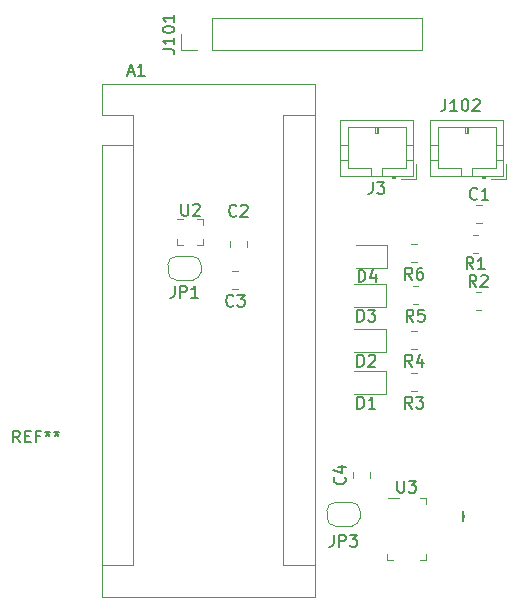
<source format=gbr>
%TF.GenerationSoftware,KiCad,Pcbnew,(6.0.7-1)-1*%
%TF.CreationDate,2023-01-25T16:43:34-06:00*%
%TF.ProjectId,BLACKBOX,424c4143-4b42-44f5-982e-6b696361645f,rev?*%
%TF.SameCoordinates,Original*%
%TF.FileFunction,Legend,Top*%
%TF.FilePolarity,Positive*%
%FSLAX46Y46*%
G04 Gerber Fmt 4.6, Leading zero omitted, Abs format (unit mm)*
G04 Created by KiCad (PCBNEW (6.0.7-1)-1) date 2023-01-25 16:43:34*
%MOMM*%
%LPD*%
G01*
G04 APERTURE LIST*
%ADD10C,0.150000*%
%ADD11C,0.120000*%
G04 APERTURE END LIST*
D10*
%TO.C,R1*%
X125055333Y-64078380D02*
X124722000Y-63602190D01*
X124483904Y-64078380D02*
X124483904Y-63078380D01*
X124864857Y-63078380D01*
X124960095Y-63126000D01*
X125007714Y-63173619D01*
X125055333Y-63268857D01*
X125055333Y-63411714D01*
X125007714Y-63506952D01*
X124960095Y-63554571D01*
X124864857Y-63602190D01*
X124483904Y-63602190D01*
X126007714Y-64078380D02*
X125436285Y-64078380D01*
X125722000Y-64078380D02*
X125722000Y-63078380D01*
X125626761Y-63221238D01*
X125531523Y-63316476D01*
X125436285Y-63364095D01*
%TO.C,R5*%
X119975333Y-68524380D02*
X119642000Y-68048190D01*
X119403904Y-68524380D02*
X119403904Y-67524380D01*
X119784857Y-67524380D01*
X119880095Y-67572000D01*
X119927714Y-67619619D01*
X119975333Y-67714857D01*
X119975333Y-67857714D01*
X119927714Y-67952952D01*
X119880095Y-68000571D01*
X119784857Y-68048190D01*
X119403904Y-68048190D01*
X120880095Y-67524380D02*
X120403904Y-67524380D01*
X120356285Y-68000571D01*
X120403904Y-67952952D01*
X120499142Y-67905333D01*
X120737238Y-67905333D01*
X120832476Y-67952952D01*
X120880095Y-68000571D01*
X120927714Y-68095809D01*
X120927714Y-68333904D01*
X120880095Y-68429142D01*
X120832476Y-68476761D01*
X120737238Y-68524380D01*
X120499142Y-68524380D01*
X120403904Y-68476761D01*
X120356285Y-68429142D01*
%TO.C,D2*%
X115236404Y-72334380D02*
X115236404Y-71334380D01*
X115474500Y-71334380D01*
X115617357Y-71382000D01*
X115712595Y-71477238D01*
X115760214Y-71572476D01*
X115807833Y-71762952D01*
X115807833Y-71905809D01*
X115760214Y-72096285D01*
X115712595Y-72191523D01*
X115617357Y-72286761D01*
X115474500Y-72334380D01*
X115236404Y-72334380D01*
X116188785Y-71429619D02*
X116236404Y-71382000D01*
X116331642Y-71334380D01*
X116569738Y-71334380D01*
X116664976Y-71382000D01*
X116712595Y-71429619D01*
X116760214Y-71524857D01*
X116760214Y-71620095D01*
X116712595Y-71762952D01*
X116141166Y-72334380D01*
X116760214Y-72334380D01*
%TO.C,D1*%
X115236404Y-75890380D02*
X115236404Y-74890380D01*
X115474500Y-74890380D01*
X115617357Y-74938000D01*
X115712595Y-75033238D01*
X115760214Y-75128476D01*
X115807833Y-75318952D01*
X115807833Y-75461809D01*
X115760214Y-75652285D01*
X115712595Y-75747523D01*
X115617357Y-75842761D01*
X115474500Y-75890380D01*
X115236404Y-75890380D01*
X116760214Y-75890380D02*
X116188785Y-75890380D01*
X116474500Y-75890380D02*
X116474500Y-74890380D01*
X116379261Y-75033238D01*
X116284023Y-75128476D01*
X116188785Y-75176095D01*
%TO.C,*%
%TO.C,R6*%
X119871833Y-64968380D02*
X119538500Y-64492190D01*
X119300404Y-64968380D02*
X119300404Y-63968380D01*
X119681357Y-63968380D01*
X119776595Y-64016000D01*
X119824214Y-64063619D01*
X119871833Y-64158857D01*
X119871833Y-64301714D01*
X119824214Y-64396952D01*
X119776595Y-64444571D01*
X119681357Y-64492190D01*
X119300404Y-64492190D01*
X120728976Y-63968380D02*
X120538500Y-63968380D01*
X120443261Y-64016000D01*
X120395642Y-64063619D01*
X120300404Y-64206476D01*
X120252785Y-64396952D01*
X120252785Y-64777904D01*
X120300404Y-64873142D01*
X120348023Y-64920761D01*
X120443261Y-64968380D01*
X120633738Y-64968380D01*
X120728976Y-64920761D01*
X120776595Y-64873142D01*
X120824214Y-64777904D01*
X120824214Y-64539809D01*
X120776595Y-64444571D01*
X120728976Y-64396952D01*
X120633738Y-64349333D01*
X120443261Y-64349333D01*
X120348023Y-64396952D01*
X120300404Y-64444571D01*
X120252785Y-64539809D01*
%TO.C,JP3*%
X113212666Y-86574380D02*
X113212666Y-87288666D01*
X113165047Y-87431523D01*
X113069809Y-87526761D01*
X112926952Y-87574380D01*
X112831714Y-87574380D01*
X113688857Y-87574380D02*
X113688857Y-86574380D01*
X114069809Y-86574380D01*
X114165047Y-86622000D01*
X114212666Y-86669619D01*
X114260285Y-86764857D01*
X114260285Y-86907714D01*
X114212666Y-87002952D01*
X114165047Y-87050571D01*
X114069809Y-87098190D01*
X113688857Y-87098190D01*
X114593619Y-86574380D02*
X115212666Y-86574380D01*
X114879333Y-86955333D01*
X115022190Y-86955333D01*
X115117428Y-87002952D01*
X115165047Y-87050571D01*
X115212666Y-87145809D01*
X115212666Y-87383904D01*
X115165047Y-87479142D01*
X115117428Y-87526761D01*
X115022190Y-87574380D01*
X114736476Y-87574380D01*
X114641238Y-87526761D01*
X114593619Y-87479142D01*
%TO.C,J102*%
X122682285Y-49702380D02*
X122682285Y-50416666D01*
X122634666Y-50559523D01*
X122539428Y-50654761D01*
X122396571Y-50702380D01*
X122301333Y-50702380D01*
X123682285Y-50702380D02*
X123110857Y-50702380D01*
X123396571Y-50702380D02*
X123396571Y-49702380D01*
X123301333Y-49845238D01*
X123206095Y-49940476D01*
X123110857Y-49988095D01*
X124301333Y-49702380D02*
X124396571Y-49702380D01*
X124491809Y-49750000D01*
X124539428Y-49797619D01*
X124587047Y-49892857D01*
X124634666Y-50083333D01*
X124634666Y-50321428D01*
X124587047Y-50511904D01*
X124539428Y-50607142D01*
X124491809Y-50654761D01*
X124396571Y-50702380D01*
X124301333Y-50702380D01*
X124206095Y-50654761D01*
X124158476Y-50607142D01*
X124110857Y-50511904D01*
X124063238Y-50321428D01*
X124063238Y-50083333D01*
X124110857Y-49892857D01*
X124158476Y-49797619D01*
X124206095Y-49750000D01*
X124301333Y-49702380D01*
X125015619Y-49797619D02*
X125063238Y-49750000D01*
X125158476Y-49702380D01*
X125396571Y-49702380D01*
X125491809Y-49750000D01*
X125539428Y-49797619D01*
X125587047Y-49892857D01*
X125587047Y-49988095D01*
X125539428Y-50130952D01*
X124968000Y-50702380D01*
X125587047Y-50702380D01*
%TO.C,REF\u002A\u002A*%
X86666666Y-78752380D02*
X86333333Y-78276190D01*
X86095238Y-78752380D02*
X86095238Y-77752380D01*
X86476190Y-77752380D01*
X86571428Y-77800000D01*
X86619047Y-77847619D01*
X86666666Y-77942857D01*
X86666666Y-78085714D01*
X86619047Y-78180952D01*
X86571428Y-78228571D01*
X86476190Y-78276190D01*
X86095238Y-78276190D01*
X87095238Y-78228571D02*
X87428571Y-78228571D01*
X87571428Y-78752380D02*
X87095238Y-78752380D01*
X87095238Y-77752380D01*
X87571428Y-77752380D01*
X88333333Y-78228571D02*
X88000000Y-78228571D01*
X88000000Y-78752380D02*
X88000000Y-77752380D01*
X88476190Y-77752380D01*
X89000000Y-77752380D02*
X89000000Y-77990476D01*
X88761904Y-77895238D02*
X89000000Y-77990476D01*
X89238095Y-77895238D01*
X88857142Y-78180952D02*
X89000000Y-77990476D01*
X89142857Y-78180952D01*
X89761904Y-77752380D02*
X89761904Y-77990476D01*
X89523809Y-77895238D02*
X89761904Y-77990476D01*
X90000000Y-77895238D01*
X89619047Y-78180952D02*
X89761904Y-77990476D01*
X89904761Y-78180952D01*
%TO.C,R2*%
X125309333Y-65604380D02*
X124976000Y-65128190D01*
X124737904Y-65604380D02*
X124737904Y-64604380D01*
X125118857Y-64604380D01*
X125214095Y-64652000D01*
X125261714Y-64699619D01*
X125309333Y-64794857D01*
X125309333Y-64937714D01*
X125261714Y-65032952D01*
X125214095Y-65080571D01*
X125118857Y-65128190D01*
X124737904Y-65128190D01*
X125690285Y-64699619D02*
X125737904Y-64652000D01*
X125833142Y-64604380D01*
X126071238Y-64604380D01*
X126166476Y-64652000D01*
X126214095Y-64699619D01*
X126261714Y-64794857D01*
X126261714Y-64890095D01*
X126214095Y-65032952D01*
X125642666Y-65604380D01*
X126261714Y-65604380D01*
%TO.C,D4*%
X115339904Y-65152380D02*
X115339904Y-64152380D01*
X115578000Y-64152380D01*
X115720857Y-64200000D01*
X115816095Y-64295238D01*
X115863714Y-64390476D01*
X115911333Y-64580952D01*
X115911333Y-64723809D01*
X115863714Y-64914285D01*
X115816095Y-65009523D01*
X115720857Y-65104761D01*
X115578000Y-65152380D01*
X115339904Y-65152380D01*
X116768476Y-64485714D02*
X116768476Y-65152380D01*
X116530380Y-64104761D02*
X116292285Y-64819047D01*
X116911333Y-64819047D01*
%TO.C,R3*%
X119871833Y-75890380D02*
X119538500Y-75414190D01*
X119300404Y-75890380D02*
X119300404Y-74890380D01*
X119681357Y-74890380D01*
X119776595Y-74938000D01*
X119824214Y-74985619D01*
X119871833Y-75080857D01*
X119871833Y-75223714D01*
X119824214Y-75318952D01*
X119776595Y-75366571D01*
X119681357Y-75414190D01*
X119300404Y-75414190D01*
X120205166Y-74890380D02*
X120824214Y-74890380D01*
X120490880Y-75271333D01*
X120633738Y-75271333D01*
X120728976Y-75318952D01*
X120776595Y-75366571D01*
X120824214Y-75461809D01*
X120824214Y-75699904D01*
X120776595Y-75795142D01*
X120728976Y-75842761D01*
X120633738Y-75890380D01*
X120348023Y-75890380D01*
X120252785Y-75842761D01*
X120205166Y-75795142D01*
%TO.C,D3*%
X115236404Y-68524380D02*
X115236404Y-67524380D01*
X115474500Y-67524380D01*
X115617357Y-67572000D01*
X115712595Y-67667238D01*
X115760214Y-67762476D01*
X115807833Y-67952952D01*
X115807833Y-68095809D01*
X115760214Y-68286285D01*
X115712595Y-68381523D01*
X115617357Y-68476761D01*
X115474500Y-68524380D01*
X115236404Y-68524380D01*
X116141166Y-67524380D02*
X116760214Y-67524380D01*
X116426880Y-67905333D01*
X116569738Y-67905333D01*
X116664976Y-67952952D01*
X116712595Y-68000571D01*
X116760214Y-68095809D01*
X116760214Y-68333904D01*
X116712595Y-68429142D01*
X116664976Y-68476761D01*
X116569738Y-68524380D01*
X116284023Y-68524380D01*
X116188785Y-68476761D01*
X116141166Y-68429142D01*
%TO.C,U3*%
X118618095Y-82002380D02*
X118618095Y-82811904D01*
X118665714Y-82907142D01*
X118713333Y-82954761D01*
X118808571Y-83002380D01*
X118999047Y-83002380D01*
X119094285Y-82954761D01*
X119141904Y-82907142D01*
X119189523Y-82811904D01*
X119189523Y-82002380D01*
X119570476Y-82002380D02*
X120189523Y-82002380D01*
X119856190Y-82383333D01*
X119999047Y-82383333D01*
X120094285Y-82430952D01*
X120141904Y-82478571D01*
X120189523Y-82573809D01*
X120189523Y-82811904D01*
X120141904Y-82907142D01*
X120094285Y-82954761D01*
X119999047Y-83002380D01*
X119713333Y-83002380D01*
X119618095Y-82954761D01*
X119570476Y-82907142D01*
%TO.C,C4*%
X114149142Y-81700666D02*
X114196761Y-81748285D01*
X114244380Y-81891142D01*
X114244380Y-81986380D01*
X114196761Y-82129238D01*
X114101523Y-82224476D01*
X114006285Y-82272095D01*
X113815809Y-82319714D01*
X113672952Y-82319714D01*
X113482476Y-82272095D01*
X113387238Y-82224476D01*
X113292000Y-82129238D01*
X113244380Y-81986380D01*
X113244380Y-81891142D01*
X113292000Y-81748285D01*
X113339619Y-81700666D01*
X113577714Y-80843523D02*
X114244380Y-80843523D01*
X113196761Y-81081619D02*
X113911047Y-81319714D01*
X113911047Y-80700666D01*
%TO.C,C2*%
X104989333Y-59539142D02*
X104941714Y-59586761D01*
X104798857Y-59634380D01*
X104703619Y-59634380D01*
X104560761Y-59586761D01*
X104465523Y-59491523D01*
X104417904Y-59396285D01*
X104370285Y-59205809D01*
X104370285Y-59062952D01*
X104417904Y-58872476D01*
X104465523Y-58777238D01*
X104560761Y-58682000D01*
X104703619Y-58634380D01*
X104798857Y-58634380D01*
X104941714Y-58682000D01*
X104989333Y-58729619D01*
X105370285Y-58729619D02*
X105417904Y-58682000D01*
X105513142Y-58634380D01*
X105751238Y-58634380D01*
X105846476Y-58682000D01*
X105894095Y-58729619D01*
X105941714Y-58824857D01*
X105941714Y-58920095D01*
X105894095Y-59062952D01*
X105322666Y-59634380D01*
X105941714Y-59634380D01*
%TO.C,R4*%
X119871833Y-72334380D02*
X119538500Y-71858190D01*
X119300404Y-72334380D02*
X119300404Y-71334380D01*
X119681357Y-71334380D01*
X119776595Y-71382000D01*
X119824214Y-71429619D01*
X119871833Y-71524857D01*
X119871833Y-71667714D01*
X119824214Y-71762952D01*
X119776595Y-71810571D01*
X119681357Y-71858190D01*
X119300404Y-71858190D01*
X120728976Y-71667714D02*
X120728976Y-72334380D01*
X120490880Y-71286761D02*
X120252785Y-72001047D01*
X120871833Y-72001047D01*
%TO.C,A1*%
X95805714Y-47410666D02*
X96281904Y-47410666D01*
X95710476Y-47696380D02*
X96043809Y-46696380D01*
X96377142Y-47696380D01*
X97234285Y-47696380D02*
X96662857Y-47696380D01*
X96948571Y-47696380D02*
X96948571Y-46696380D01*
X96853333Y-46839238D01*
X96758095Y-46934476D01*
X96662857Y-46982095D01*
%TO.C,*%
%TO.C,C1*%
X125375333Y-58113142D02*
X125327714Y-58160761D01*
X125184857Y-58208380D01*
X125089619Y-58208380D01*
X124946761Y-58160761D01*
X124851523Y-58065523D01*
X124803904Y-57970285D01*
X124756285Y-57779809D01*
X124756285Y-57636952D01*
X124803904Y-57446476D01*
X124851523Y-57351238D01*
X124946761Y-57256000D01*
X125089619Y-57208380D01*
X125184857Y-57208380D01*
X125327714Y-57256000D01*
X125375333Y-57303619D01*
X126327714Y-58208380D02*
X125756285Y-58208380D01*
X126042000Y-58208380D02*
X126042000Y-57208380D01*
X125946761Y-57351238D01*
X125851523Y-57446476D01*
X125756285Y-57494095D01*
%TO.C,J3*%
X116522666Y-56708380D02*
X116522666Y-57422666D01*
X116475047Y-57565523D01*
X116379809Y-57660761D01*
X116236952Y-57708380D01*
X116141714Y-57708380D01*
X116903619Y-56708380D02*
X117522666Y-56708380D01*
X117189333Y-57089333D01*
X117332190Y-57089333D01*
X117427428Y-57136952D01*
X117475047Y-57184571D01*
X117522666Y-57279809D01*
X117522666Y-57517904D01*
X117475047Y-57613142D01*
X117427428Y-57660761D01*
X117332190Y-57708380D01*
X117046476Y-57708380D01*
X116951238Y-57660761D01*
X116903619Y-57613142D01*
%TO.C,JP1*%
X99750666Y-65492380D02*
X99750666Y-66206666D01*
X99703047Y-66349523D01*
X99607809Y-66444761D01*
X99464952Y-66492380D01*
X99369714Y-66492380D01*
X100226857Y-66492380D02*
X100226857Y-65492380D01*
X100607809Y-65492380D01*
X100703047Y-65540000D01*
X100750666Y-65587619D01*
X100798285Y-65682857D01*
X100798285Y-65825714D01*
X100750666Y-65920952D01*
X100703047Y-65968571D01*
X100607809Y-66016190D01*
X100226857Y-66016190D01*
X101750666Y-66492380D02*
X101179238Y-66492380D01*
X101464952Y-66492380D02*
X101464952Y-65492380D01*
X101369714Y-65635238D01*
X101274476Y-65730476D01*
X101179238Y-65778095D01*
%TO.C,U2*%
X100330095Y-58562380D02*
X100330095Y-59371904D01*
X100377714Y-59467142D01*
X100425333Y-59514761D01*
X100520571Y-59562380D01*
X100711047Y-59562380D01*
X100806285Y-59514761D01*
X100853904Y-59467142D01*
X100901523Y-59371904D01*
X100901523Y-58562380D01*
X101330095Y-58657619D02*
X101377714Y-58610000D01*
X101472952Y-58562380D01*
X101711047Y-58562380D01*
X101806285Y-58610000D01*
X101853904Y-58657619D01*
X101901523Y-58752857D01*
X101901523Y-58848095D01*
X101853904Y-58990952D01*
X101282476Y-59562380D01*
X101901523Y-59562380D01*
%TO.C,C3*%
X104735333Y-67159142D02*
X104687714Y-67206761D01*
X104544857Y-67254380D01*
X104449619Y-67254380D01*
X104306761Y-67206761D01*
X104211523Y-67111523D01*
X104163904Y-67016285D01*
X104116285Y-66825809D01*
X104116285Y-66682952D01*
X104163904Y-66492476D01*
X104211523Y-66397238D01*
X104306761Y-66302000D01*
X104449619Y-66254380D01*
X104544857Y-66254380D01*
X104687714Y-66302000D01*
X104735333Y-66349619D01*
X105068666Y-66254380D02*
X105687714Y-66254380D01*
X105354380Y-66635333D01*
X105497238Y-66635333D01*
X105592476Y-66682952D01*
X105640095Y-66730571D01*
X105687714Y-66825809D01*
X105687714Y-67063904D01*
X105640095Y-67159142D01*
X105592476Y-67206761D01*
X105497238Y-67254380D01*
X105211523Y-67254380D01*
X105116285Y-67206761D01*
X105068666Y-67159142D01*
%TO.C,J101*%
X98737380Y-45481714D02*
X99451666Y-45481714D01*
X99594523Y-45529333D01*
X99689761Y-45624571D01*
X99737380Y-45767428D01*
X99737380Y-45862666D01*
X99737380Y-44481714D02*
X99737380Y-45053142D01*
X99737380Y-44767428D02*
X98737380Y-44767428D01*
X98880238Y-44862666D01*
X98975476Y-44957904D01*
X99023095Y-45053142D01*
X98737380Y-43862666D02*
X98737380Y-43767428D01*
X98785000Y-43672190D01*
X98832619Y-43624571D01*
X98927857Y-43576952D01*
X99118333Y-43529333D01*
X99356428Y-43529333D01*
X99546904Y-43576952D01*
X99642142Y-43624571D01*
X99689761Y-43672190D01*
X99737380Y-43767428D01*
X99737380Y-43862666D01*
X99689761Y-43957904D01*
X99642142Y-44005523D01*
X99546904Y-44053142D01*
X99356428Y-44100761D01*
X99118333Y-44100761D01*
X98927857Y-44053142D01*
X98832619Y-44005523D01*
X98785000Y-43957904D01*
X98737380Y-43862666D01*
X99737380Y-42576952D02*
X99737380Y-43148380D01*
X99737380Y-42862666D02*
X98737380Y-42862666D01*
X98880238Y-42957904D01*
X98975476Y-43053142D01*
X99023095Y-43148380D01*
D11*
%TO.C,R1*%
X125449064Y-61241000D02*
X124994936Y-61241000D01*
X125449064Y-62711000D02*
X124994936Y-62711000D01*
%TO.C,R5*%
X119914936Y-67029000D02*
X120369064Y-67029000D01*
X119914936Y-65559000D02*
X120369064Y-65559000D01*
%TO.C,D2*%
X117659500Y-71064000D02*
X117659500Y-69144000D01*
X114974500Y-71064000D02*
X117659500Y-71064000D01*
X117659500Y-69144000D02*
X114974500Y-69144000D01*
%TO.C,D1*%
X114974500Y-74620000D02*
X117659500Y-74620000D01*
X117659500Y-72700000D02*
X114974500Y-72700000D01*
X117659500Y-74620000D02*
X117659500Y-72700000D01*
%TO.C,R6*%
X119811436Y-62003000D02*
X120265564Y-62003000D01*
X119811436Y-63473000D02*
X120265564Y-63473000D01*
%TO.C,JP3*%
X115446000Y-84536000D02*
X115446000Y-85136000D01*
X112646000Y-85136000D02*
X112646000Y-84536000D01*
X114746000Y-85836000D02*
X113346000Y-85836000D01*
X113346000Y-83836000D02*
X114746000Y-83836000D01*
X114746000Y-85836000D02*
G75*
G03*
X115446000Y-85136000I0J700000D01*
G01*
X115446000Y-84536000D02*
G75*
G03*
X114746000Y-83836000I-700000J0D01*
G01*
X113346000Y-83836000D02*
G75*
G03*
X112646000Y-84536000I-1J-699999D01*
G01*
X112646000Y-85136000D02*
G75*
G03*
X113346000Y-85836000I699999J-1D01*
G01*
%TO.C,J102*%
X126076000Y-56366000D02*
X126076000Y-56166000D01*
X122026000Y-52056000D02*
X122026000Y-55556000D01*
X124976000Y-56166000D02*
X124976000Y-55556000D01*
X125776000Y-56166000D02*
X125776000Y-56366000D01*
X121416000Y-51446000D02*
X121416000Y-56166000D01*
X125776000Y-56366000D02*
X126076000Y-56366000D01*
X127536000Y-53556000D02*
X126926000Y-53556000D01*
X123976000Y-55556000D02*
X123976000Y-56166000D01*
X126926000Y-52056000D02*
X122026000Y-52056000D01*
X124476000Y-52056000D02*
X124476000Y-52556000D01*
X124576000Y-52056000D02*
X124576000Y-52556000D01*
X124976000Y-55556000D02*
X126926000Y-55556000D01*
X126926000Y-55556000D02*
X126926000Y-52056000D01*
X127536000Y-51446000D02*
X121416000Y-51446000D01*
X125776000Y-56266000D02*
X126076000Y-56266000D01*
X122026000Y-55556000D02*
X123976000Y-55556000D01*
X127836000Y-56466000D02*
X127836000Y-55216000D01*
X121416000Y-53556000D02*
X122026000Y-53556000D01*
X127536000Y-56166000D02*
X127536000Y-51446000D01*
X124576000Y-52556000D02*
X124376000Y-52556000D01*
X121416000Y-56166000D02*
X127536000Y-56166000D01*
X126586000Y-56466000D02*
X127836000Y-56466000D01*
X121416000Y-54856000D02*
X122026000Y-54856000D01*
X124376000Y-52556000D02*
X124376000Y-52056000D01*
X127536000Y-54856000D02*
X126926000Y-54856000D01*
%TO.C,R2*%
X125248936Y-67537000D02*
X125703064Y-67537000D01*
X125248936Y-66067000D02*
X125703064Y-66067000D01*
%TO.C,D4*%
X115078000Y-63952000D02*
X117763000Y-63952000D01*
X117763000Y-63952000D02*
X117763000Y-62032000D01*
X117763000Y-62032000D02*
X115078000Y-62032000D01*
%TO.C,R3*%
X119811436Y-74395000D02*
X120265564Y-74395000D01*
X119811436Y-72925000D02*
X120265564Y-72925000D01*
%TO.C,D3*%
X117659500Y-67254000D02*
X117659500Y-65334000D01*
X114974500Y-67254000D02*
X117659500Y-67254000D01*
X117659500Y-65334000D02*
X114974500Y-65334000D01*
%TO.C,U3*%
X118230000Y-88706000D02*
X117730000Y-88706000D01*
X117730000Y-88706000D02*
X117730000Y-88206000D01*
X117830000Y-83506000D02*
X118780000Y-83506000D01*
X121030000Y-88206000D02*
X121030000Y-88706000D01*
X121030000Y-88706000D02*
X120530000Y-88706000D01*
X120530000Y-83506000D02*
X121030000Y-83506000D01*
X121030000Y-83506000D02*
X121030000Y-84006000D01*
%TO.C,C4*%
X114835000Y-81795252D02*
X114835000Y-81272748D01*
X116305000Y-81795252D02*
X116305000Y-81272748D01*
%TO.C,C2*%
X105891000Y-62237252D02*
X105891000Y-61714748D01*
X104421000Y-62237252D02*
X104421000Y-61714748D01*
%TO.C,R4*%
X119811436Y-69369000D02*
X120265564Y-69369000D01*
X119811436Y-70839000D02*
X120265564Y-70839000D01*
%TO.C,A1*%
X108966000Y-51054000D02*
X111636000Y-51054000D01*
X93596000Y-91824000D02*
X111636000Y-91824000D01*
X96266000Y-53594000D02*
X96266000Y-51054000D01*
X108966000Y-89154000D02*
X111636000Y-89154000D01*
X96266000Y-53594000D02*
X93596000Y-53594000D01*
X96266000Y-51054000D02*
X93596000Y-51054000D01*
X93596000Y-53594000D02*
X93596000Y-91824000D01*
X93596000Y-48384000D02*
X93596000Y-51054000D01*
X108966000Y-51054000D02*
X108966000Y-89154000D01*
X96266000Y-53594000D02*
X96266000Y-89154000D01*
X96266000Y-89154000D02*
X93596000Y-89154000D01*
X111636000Y-48384000D02*
X93596000Y-48384000D01*
X111636000Y-91824000D02*
X111636000Y-48384000D01*
%TO.C,C1*%
X125280748Y-58701000D02*
X125803252Y-58701000D01*
X125280748Y-60171000D02*
X125803252Y-60171000D01*
%TO.C,J3*%
X117356000Y-55556000D02*
X119306000Y-55556000D01*
X119306000Y-55556000D02*
X119306000Y-52056000D01*
X116756000Y-52556000D02*
X116756000Y-52056000D01*
X114406000Y-52056000D02*
X114406000Y-55556000D01*
X113796000Y-56166000D02*
X119916000Y-56166000D01*
X116856000Y-52056000D02*
X116856000Y-52556000D01*
X118456000Y-56366000D02*
X118456000Y-56166000D01*
X118966000Y-56466000D02*
X120216000Y-56466000D01*
X118156000Y-56166000D02*
X118156000Y-56366000D01*
X119306000Y-52056000D02*
X114406000Y-52056000D01*
X117356000Y-56166000D02*
X117356000Y-55556000D01*
X119916000Y-54856000D02*
X119306000Y-54856000D01*
X119916000Y-56166000D02*
X119916000Y-51446000D01*
X118156000Y-56366000D02*
X118456000Y-56366000D01*
X116356000Y-55556000D02*
X116356000Y-56166000D01*
X119916000Y-53556000D02*
X119306000Y-53556000D01*
X113796000Y-53556000D02*
X114406000Y-53556000D01*
X113796000Y-51446000D02*
X113796000Y-56166000D01*
X119916000Y-51446000D02*
X113796000Y-51446000D01*
X120216000Y-56466000D02*
X120216000Y-55216000D01*
X113796000Y-54856000D02*
X114406000Y-54856000D01*
X116956000Y-52556000D02*
X116756000Y-52556000D01*
X116956000Y-52056000D02*
X116956000Y-52556000D01*
X118156000Y-56266000D02*
X118456000Y-56266000D01*
X114406000Y-55556000D02*
X116356000Y-55556000D01*
%TO.C,JP1*%
X99884000Y-63008000D02*
X101284000Y-63008000D01*
X99184000Y-64308000D02*
X99184000Y-63708000D01*
X101284000Y-65008000D02*
X99884000Y-65008000D01*
X101984000Y-63708000D02*
X101984000Y-64308000D01*
X101284000Y-65008000D02*
G75*
G03*
X101984000Y-64308000I0J700000D01*
G01*
X101984000Y-63708000D02*
G75*
G03*
X101284000Y-63008000I-700000J0D01*
G01*
X99184000Y-64308000D02*
G75*
G03*
X99884000Y-65008000I699999J-1D01*
G01*
X99884000Y-63008000D02*
G75*
G03*
X99184000Y-63708000I-1J-699999D01*
G01*
%TO.C,U2*%
X102192000Y-60360000D02*
X102192000Y-60360000D01*
X102192000Y-61560000D02*
X102192000Y-62060000D01*
X102192000Y-59860000D02*
X102192000Y-60360000D01*
X101692000Y-62060000D02*
X101692000Y-62060000D01*
X99992000Y-62060000D02*
X99992000Y-61560000D01*
X99992000Y-61560000D02*
X99992000Y-61560000D01*
X101692000Y-59860000D02*
X102192000Y-59860000D01*
X100492000Y-62060000D02*
X99992000Y-62060000D01*
X102192000Y-62060000D02*
X101692000Y-62060000D01*
X100492000Y-59860000D02*
X99992000Y-59860000D01*
X99992000Y-59860000D02*
X99992000Y-59860000D01*
%TO.C,C3*%
X104640748Y-64289000D02*
X105163252Y-64289000D01*
X104640748Y-65759000D02*
X105163252Y-65759000D01*
%TO.C,J101*%
X100285000Y-45526000D02*
X100285000Y-44196000D01*
X102885000Y-45526000D02*
X102885000Y-42866000D01*
X101615000Y-45526000D02*
X100285000Y-45526000D01*
X102885000Y-45526000D02*
X120725000Y-45526000D01*
X102885000Y-42866000D02*
X120725000Y-42866000D01*
X120725000Y-45526000D02*
X120725000Y-42866000D01*
%TO.C,U1*%
G36*
X124225844Y-85458300D02*
G01*
X124202732Y-85458300D01*
X124202732Y-84579460D01*
X124225844Y-84579460D01*
X124225844Y-85458300D01*
G37*
G36*
X124341413Y-85133182D02*
G01*
X124318300Y-85133182D01*
X124318300Y-84924900D01*
X124341413Y-84924900D01*
X124341413Y-85133182D01*
G37*
G36*
X124295188Y-85458300D02*
G01*
X124272072Y-85458300D01*
X124272072Y-84579460D01*
X124295188Y-84579460D01*
X124295188Y-85458300D01*
G37*
G36*
X124272072Y-85458300D02*
G01*
X124248960Y-85458300D01*
X124248960Y-84579460D01*
X124272072Y-84579460D01*
X124272072Y-85458300D01*
G37*
G36*
X124110529Y-85458300D02*
G01*
X124087413Y-85458300D01*
X124087413Y-84579460D01*
X124110529Y-84579460D01*
X124110529Y-85458300D01*
G37*
G36*
X124225844Y-85458300D02*
G01*
X124202732Y-85458300D01*
X124202732Y-84579460D01*
X124225844Y-84579460D01*
X124225844Y-85458300D01*
G37*
G36*
X124364529Y-85133182D02*
G01*
X124341413Y-85133182D01*
X124341413Y-84924900D01*
X124364529Y-84924900D01*
X124364529Y-85133182D01*
G37*
G36*
X124179869Y-85458300D02*
G01*
X124156757Y-85458300D01*
X124156757Y-84579460D01*
X124179869Y-84579460D01*
X124179869Y-85458300D01*
G37*
G36*
X124133641Y-85458300D02*
G01*
X124110529Y-85458300D01*
X124110529Y-84579460D01*
X124133641Y-84579460D01*
X124133641Y-85458300D01*
G37*
G36*
X124156757Y-85458300D02*
G01*
X124133641Y-85458300D01*
X124133641Y-84579460D01*
X124156757Y-84579460D01*
X124156757Y-85458300D01*
G37*
G36*
X124202732Y-85458300D02*
G01*
X124179869Y-85458300D01*
X124179869Y-84579460D01*
X124202732Y-84579460D01*
X124202732Y-85458300D01*
G37*
G36*
X124248960Y-85458300D02*
G01*
X124225844Y-85458300D01*
X124225844Y-84579460D01*
X124248960Y-84579460D01*
X124248960Y-85458300D01*
G37*
G36*
X124318300Y-85133182D02*
G01*
X124295188Y-85133182D01*
X124295188Y-84924900D01*
X124318300Y-84924900D01*
X124318300Y-85133182D01*
G37*
G36*
X124110529Y-85458300D02*
G01*
X124087413Y-85458300D01*
X124087413Y-84579460D01*
X124110529Y-84579460D01*
X124110529Y-85458300D01*
G37*
G36*
X124179869Y-85458300D02*
G01*
X124156757Y-85458300D01*
X124156757Y-84579460D01*
X124179869Y-84579460D01*
X124179869Y-85458300D01*
G37*
G36*
X124341413Y-85133182D02*
G01*
X124318300Y-85133182D01*
X124318300Y-84924900D01*
X124341413Y-84924900D01*
X124341413Y-85133182D01*
G37*
G36*
X124295188Y-85458300D02*
G01*
X124272072Y-85458300D01*
X124272072Y-84579460D01*
X124295188Y-84579460D01*
X124295188Y-85458300D01*
G37*
G36*
X124318300Y-85133182D02*
G01*
X124295188Y-85133182D01*
X124295188Y-84924900D01*
X124318300Y-84924900D01*
X124318300Y-85133182D01*
G37*
G36*
X124202732Y-85458300D02*
G01*
X124179869Y-85458300D01*
X124179869Y-84579460D01*
X124202732Y-84579460D01*
X124202732Y-85458300D01*
G37*
G36*
X124248960Y-85458300D02*
G01*
X124225844Y-85458300D01*
X124225844Y-84579460D01*
X124248960Y-84579460D01*
X124248960Y-85458300D01*
G37*
G36*
X124364529Y-85133182D02*
G01*
X124341413Y-85133182D01*
X124341413Y-84924900D01*
X124364529Y-84924900D01*
X124364529Y-85133182D01*
G37*
G36*
X124272072Y-85458300D02*
G01*
X124248960Y-85458300D01*
X124248960Y-84579460D01*
X124272072Y-84579460D01*
X124272072Y-85458300D01*
G37*
G36*
X124156757Y-85458300D02*
G01*
X124133641Y-85458300D01*
X124133641Y-84579460D01*
X124156757Y-84579460D01*
X124156757Y-85458300D01*
G37*
G36*
X124133641Y-85458300D02*
G01*
X124110529Y-85458300D01*
X124110529Y-84579460D01*
X124133641Y-84579460D01*
X124133641Y-85458300D01*
G37*
%TD*%
M02*

</source>
